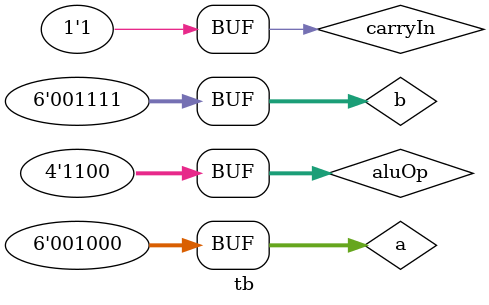
<source format=v>
module tb
(
);

reg [5:0]a;
reg [5:0]b;
reg carryIn;
wire carryOut;
wire [5:0]result;
reg [3:0]aluOp;


top t1
(
	.a(a),
	.b(b),
	.carryIn(carryIn),
	.carryOut(carryOut),
	.aluOp(aluOp),
	.result(result)
	
);

initial
begin
	a = 6'b001000;
	b = 6'b001111;
	carryIn = 1'b0;
end

initial
begin
	aluOp = 4'b0000;
	#50 aluOp = 4'b0001;
	#50 aluOp = 4'b0010;
	#50 carryIn = 1'b1;
	aluOp = 4'b0110;
	
	#50 aluOp = 4'b1100;
end



endmodule
</source>
